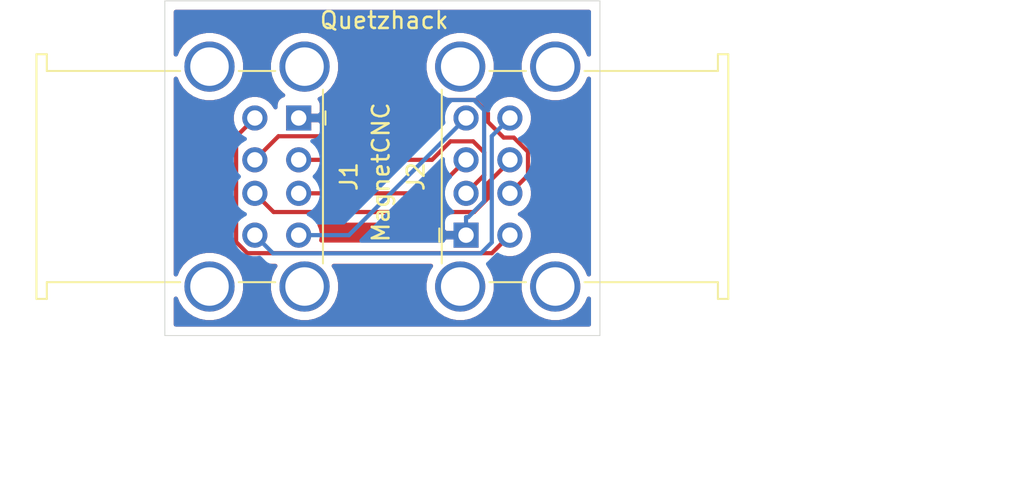
<source format=kicad_pcb>
(kicad_pcb (version 20171130) (host pcbnew 5.1.6-c6e7f7d~87~ubuntu20.04.1)

  (general
    (thickness 1.6)
    (drawings 9)
    (tracks 45)
    (zones 0)
    (modules 2)
    (nets 9)
  )

  (page A4)
  (layers
    (0 F.Cu signal)
    (31 B.Cu signal)
    (32 B.Adhes user)
    (33 F.Adhes user)
    (34 B.Paste user)
    (35 F.Paste user)
    (36 B.SilkS user)
    (37 F.SilkS user)
    (38 B.Mask user)
    (39 F.Mask user)
    (40 Dwgs.User user)
    (41 Cmts.User user)
    (42 Eco1.User user)
    (43 Eco2.User user)
    (44 Edge.Cuts user)
    (45 Margin user)
    (46 B.CrtYd user)
    (47 F.CrtYd user)
    (48 B.Fab user)
    (49 F.Fab user)
  )

  (setup
    (last_trace_width 0.25)
    (trace_clearance 0.2)
    (zone_clearance 0.508)
    (zone_45_only no)
    (trace_min 0.2)
    (via_size 0.8)
    (via_drill 0.4)
    (via_min_size 0.4)
    (via_min_drill 0.3)
    (uvia_size 0.3)
    (uvia_drill 0.1)
    (uvias_allowed no)
    (uvia_min_size 0.2)
    (uvia_min_drill 0.1)
    (edge_width 0.05)
    (segment_width 0.2)
    (pcb_text_width 0.3)
    (pcb_text_size 1.5 1.5)
    (mod_edge_width 0.12)
    (mod_text_size 1 1)
    (mod_text_width 0.15)
    (pad_size 1.524 1.524)
    (pad_drill 0.762)
    (pad_to_mask_clearance 0.05)
    (aux_axis_origin 126.85268 106.89336)
    (visible_elements FFFFFF7F)
    (pcbplotparams
      (layerselection 0x010fc_ffffffff)
      (usegerberextensions false)
      (usegerberattributes true)
      (usegerberadvancedattributes true)
      (creategerberjobfile true)
      (excludeedgelayer true)
      (linewidth 0.100000)
      (plotframeref false)
      (viasonmask false)
      (mode 1)
      (useauxorigin true)
      (hpglpennumber 1)
      (hpglpenspeed 20)
      (hpglpendiameter 15.000000)
      (psnegative false)
      (psa4output false)
      (plotreference true)
      (plotvalue true)
      (plotinvisibletext false)
      (padsonsilk false)
      (subtractmaskfromsilk false)
      (outputformat 1)
      (mirror false)
      (drillshape 0)
      (scaleselection 1)
      (outputdirectory "gerber/"))
  )

  (net 0 "")
  (net 1 8)
  (net 2 7)
  (net 3 6)
  (net 4 5)
  (net 5 4)
  (net 6 3)
  (net 7 2)
  (net 8 1)

  (net_class Default "This is the default net class."
    (clearance 0.2)
    (trace_width 0.25)
    (via_dia 0.8)
    (via_drill 0.4)
    (uvia_dia 0.3)
    (uvia_drill 0.1)
    (add_net 1)
    (add_net 2)
    (add_net 3)
    (add_net 4)
    (add_net 5)
    (add_net 6)
    (add_net 7)
    (add_net 8)
  )

  (module Connector_USB:USB_A_Wuerth_61400826021_Horizontal_Stacked (layer F.Cu) (tedit 5A8FF699) (tstamp 626700A8)
    (at 135 94 270)
    (descr "Stacked USB A connector http://katalog.we-online.de/em/datasheet/61400826021.pdf")
    (tags "Wuerth stacked USB_A")
    (path /6266FA40)
    (fp_text reference J1 (at 3.5 -3 90) (layer F.SilkS)
      (effects (font (size 1 1) (thickness 0.15)))
    )
    (fp_text value Conn_02x04_Top_Bottom (at 3.5 17 90) (layer F.Fab)
      (effects (font (size 1 1) (thickness 0.15)))
    )
    (fp_line (start -3.82 1.74) (end -3.26 1.74) (layer F.CrtYd) (width 0.05))
    (fp_line (start -5.07 0.49) (end -3.82 1.74) (layer F.CrtYd) (width 0.05))
    (fp_line (start -5.07 -1.19) (end -5.07 0.49) (layer F.CrtYd) (width 0.05))
    (fp_line (start -3.91 -2.35) (end -5.07 -1.19) (layer F.CrtYd) (width 0.05))
    (fp_line (start -2.26 -2.35) (end -3.91 -2.35) (layer F.CrtYd) (width 0.05))
    (fp_line (start -2.26 -2.35) (end -1.8 -1.89) (layer F.CrtYd) (width 0.05))
    (fp_line (start 10.91 -2.35) (end 12.07 -1.19) (layer F.CrtYd) (width 0.05))
    (fp_line (start 12.07 0.49) (end 10.82 1.74) (layer F.CrtYd) (width 0.05))
    (fp_line (start -3.26 7.33) (end -3.91 7.33) (layer F.CrtYd) (width 0.05))
    (fp_line (start -5.07 6.17) (end -3.91 7.33) (layer F.CrtYd) (width 0.05))
    (fp_line (start -5.07 4.49) (end -5.07 6.17) (layer F.CrtYd) (width 0.05))
    (fp_line (start -3.91 3.33) (end -5.07 4.49) (layer F.CrtYd) (width 0.05))
    (fp_line (start -3.91 3.33) (end -3.26 3.33) (layer F.CrtYd) (width 0.05))
    (fp_line (start 10.91 3.33) (end 12.07 4.49) (layer F.CrtYd) (width 0.05))
    (fp_line (start 10.26 7.33) (end 10.91 7.33) (layer F.CrtYd) (width 0.05))
    (fp_line (start 12.07 -1.19) (end 12.07 0.49) (layer F.CrtYd) (width 0.05))
    (fp_line (start 10.26 1.74) (end 10.82 1.74) (layer F.CrtYd) (width 0.05))
    (fp_line (start 10.26 3.33) (end 10.91 3.33) (layer F.CrtYd) (width 0.05))
    (fp_line (start 12.07 4.49) (end 12.07 6.17) (layer F.CrtYd) (width 0.05))
    (fp_line (start -4.25 14.61) (end -4.25 16.11) (layer F.CrtYd) (width 0.05))
    (fp_line (start -3.26 14.61) (end -4.25 14.61) (layer F.CrtYd) (width 0.05))
    (fp_line (start -3.26 7.33) (end -3.26 14.61) (layer F.CrtYd) (width 0.05))
    (fp_line (start -3.26 1.74) (end -3.26 3.33) (layer F.CrtYd) (width 0.05))
    (fp_line (start 10.26 1.74) (end 10.26 3.33) (layer F.CrtYd) (width 0.05))
    (fp_line (start 8.8 -1.89) (end -1.8 -1.89) (layer F.CrtYd) (width 0.05))
    (fp_line (start 10.26 7.33) (end 10.26 14.61) (layer F.CrtYd) (width 0.05))
    (fp_line (start 9.81 3.58) (end 9.81 1.4) (layer F.SilkS) (width 0.12))
    (fp_line (start -2.81 3.58) (end -2.81 1.4) (layer F.SilkS) (width 0.12))
    (fp_line (start 9.75 -1.39) (end 9.75 15.11) (layer F.Fab) (width 0.1))
    (fp_line (start -4.25 16.11) (end 11.25 16.11) (layer F.CrtYd) (width 0.05))
    (fp_line (start 10.75 15.61) (end -3.75 15.61) (layer F.Fab) (width 0.1))
    (fp_line (start -2.75 -1.39) (end -2.75 15.11) (layer F.Fab) (width 0.1))
    (fp_line (start 9.75 -1.39) (end -2.75 -1.39) (layer F.Fab) (width 0.1))
    (fp_line (start -2.75 15.11) (end -3.75 15.11) (layer F.Fab) (width 0.1))
    (fp_line (start -3.75 15.11) (end -3.75 15.61) (layer F.Fab) (width 0.1))
    (fp_line (start 9.75 15.11) (end 10.75 15.11) (layer F.Fab) (width 0.1))
    (fp_line (start 10.75 15.11) (end 10.75 15.61) (layer F.Fab) (width 0.1))
    (fp_line (start 9.81 7.08) (end 9.81 15.05) (layer F.SilkS) (width 0.12))
    (fp_line (start 9.81 15.05) (end 10.81 15.05) (layer F.SilkS) (width 0.12))
    (fp_line (start 10.81 15.05) (end 10.81 15.67) (layer F.SilkS) (width 0.12))
    (fp_line (start 10.81 15.67) (end -3.81 15.67) (layer F.SilkS) (width 0.12))
    (fp_line (start -3.81 15.67) (end -3.81 15.05) (layer F.SilkS) (width 0.12))
    (fp_line (start -3.81 15.05) (end -2.81 15.05) (layer F.SilkS) (width 0.12))
    (fp_line (start -2.81 15.05) (end -2.81 7.08) (layer F.SilkS) (width 0.12))
    (fp_line (start -1.69 -1.45) (end 8.69 -1.45) (layer F.SilkS) (width 0.12))
    (fp_line (start 0 -1.1) (end 0.3 -1.38) (layer F.Fab) (width 0.12))
    (fp_line (start 0 -1.1) (end -0.3 -1.38) (layer F.Fab) (width 0.12))
    (fp_line (start 0.4 -1.6) (end -0.4 -1.6) (layer F.SilkS) (width 0.12))
    (fp_line (start 10.26 14.61) (end 11.25 14.61) (layer F.CrtYd) (width 0.05))
    (fp_line (start 11.25 14.61) (end 11.25 16.11) (layer F.CrtYd) (width 0.05))
    (fp_line (start 10.91 -2.35) (end 9.26 -2.35) (layer F.CrtYd) (width 0.05))
    (fp_line (start 9.26 -2.35) (end 8.8 -1.89) (layer F.CrtYd) (width 0.05))
    (fp_line (start 12.07 6.17) (end 10.91 7.33) (layer F.CrtYd) (width 0.05))
    (fp_text user %R (at 3.5 7 90) (layer F.Fab)
      (effects (font (size 1 1) (thickness 0.15)))
    )
    (pad 8 thru_hole circle (at 7 2.62 270) (size 1.5 1.5) (drill 0.92) (layers *.Cu *.Mask)
      (net 1 8))
    (pad 7 thru_hole circle (at 4.5 2.62 270) (size 1.5 1.5) (drill 0.92) (layers *.Cu *.Mask)
      (net 2 7))
    (pad 6 thru_hole circle (at 2.5 2.62 270) (size 1.5 1.5) (drill 0.92) (layers *.Cu *.Mask)
      (net 3 6))
    (pad 5 thru_hole circle (at 0 2.62 270) (size 1.5 1.5) (drill 0.92) (layers *.Cu *.Mask)
      (net 4 5))
    (pad 9 thru_hole circle (at 10.07 5.33 270) (size 3 3) (drill 2.3) (layers *.Cu *.Mask))
    (pad 9 thru_hole circle (at -3.07 5.33 270) (size 3 3) (drill 2.3) (layers *.Cu *.Mask))
    (pad 4 thru_hole circle (at 7 0 270) (size 1.5 1.5) (drill 0.92) (layers *.Cu *.Mask)
      (net 5 4))
    (pad 3 thru_hole circle (at 4.5 0 270) (size 1.5 1.5) (drill 0.92) (layers *.Cu *.Mask)
      (net 6 3))
    (pad 2 thru_hole circle (at 2.5 0 270) (size 1.5 1.5) (drill 0.92) (layers *.Cu *.Mask)
      (net 7 2))
    (pad 1 thru_hole rect (at 0 0 270) (size 1.5 1.5) (drill 0.92) (layers *.Cu *.Mask)
      (net 8 1))
    (pad 9 thru_hole circle (at -3.07 -0.35 270) (size 3 3) (drill 2.3) (layers *.Cu *.Mask))
    (pad 9 thru_hole circle (at 10.07 -0.35 270) (size 3 3) (drill 2.3) (layers *.Cu *.Mask))
    (model ${KISYS3DMOD}/Connector_USB.3dshapes/USB_A_Wuerth_61400826021_Horizontal_Stacked.wrl
      (at (xyz 0 0 0))
      (scale (xyz 1 1 1))
      (rotate (xyz 0 0 0))
    )
  )

  (module Connector_USB:USB_A_Wuerth_61400826021_Horizontal_Stacked (layer F.Cu) (tedit 5A8FF699) (tstamp 626700EE)
    (at 145 101 90)
    (descr "Stacked USB A connector http://katalog.we-online.de/em/datasheet/61400826021.pdf")
    (tags "Wuerth stacked USB_A")
    (path /62670507)
    (fp_text reference J2 (at 3.5 -3 90) (layer F.SilkS)
      (effects (font (size 1 1) (thickness 0.15)))
    )
    (fp_text value Conn_02x04_Top_Bottom (at 3.5 17 90) (layer F.Fab)
      (effects (font (size 1 1) (thickness 0.15)))
    )
    (fp_text user %R (at 3.5 7 90) (layer F.Fab)
      (effects (font (size 1 1) (thickness 0.15)))
    )
    (fp_line (start 12.07 6.17) (end 10.91 7.33) (layer F.CrtYd) (width 0.05))
    (fp_line (start 9.26 -2.35) (end 8.8 -1.89) (layer F.CrtYd) (width 0.05))
    (fp_line (start 10.91 -2.35) (end 9.26 -2.35) (layer F.CrtYd) (width 0.05))
    (fp_line (start 11.25 14.61) (end 11.25 16.11) (layer F.CrtYd) (width 0.05))
    (fp_line (start 10.26 14.61) (end 11.25 14.61) (layer F.CrtYd) (width 0.05))
    (fp_line (start 0.4 -1.6) (end -0.4 -1.6) (layer F.SilkS) (width 0.12))
    (fp_line (start 0 -1.1) (end -0.3 -1.38) (layer F.Fab) (width 0.12))
    (fp_line (start 0 -1.1) (end 0.3 -1.38) (layer F.Fab) (width 0.12))
    (fp_line (start -1.69 -1.45) (end 8.69 -1.45) (layer F.SilkS) (width 0.12))
    (fp_line (start -2.81 15.05) (end -2.81 7.08) (layer F.SilkS) (width 0.12))
    (fp_line (start -3.81 15.05) (end -2.81 15.05) (layer F.SilkS) (width 0.12))
    (fp_line (start -3.81 15.67) (end -3.81 15.05) (layer F.SilkS) (width 0.12))
    (fp_line (start 10.81 15.67) (end -3.81 15.67) (layer F.SilkS) (width 0.12))
    (fp_line (start 10.81 15.05) (end 10.81 15.67) (layer F.SilkS) (width 0.12))
    (fp_line (start 9.81 15.05) (end 10.81 15.05) (layer F.SilkS) (width 0.12))
    (fp_line (start 9.81 7.08) (end 9.81 15.05) (layer F.SilkS) (width 0.12))
    (fp_line (start 10.75 15.11) (end 10.75 15.61) (layer F.Fab) (width 0.1))
    (fp_line (start 9.75 15.11) (end 10.75 15.11) (layer F.Fab) (width 0.1))
    (fp_line (start -3.75 15.11) (end -3.75 15.61) (layer F.Fab) (width 0.1))
    (fp_line (start -2.75 15.11) (end -3.75 15.11) (layer F.Fab) (width 0.1))
    (fp_line (start 9.75 -1.39) (end -2.75 -1.39) (layer F.Fab) (width 0.1))
    (fp_line (start -2.75 -1.39) (end -2.75 15.11) (layer F.Fab) (width 0.1))
    (fp_line (start 10.75 15.61) (end -3.75 15.61) (layer F.Fab) (width 0.1))
    (fp_line (start -4.25 16.11) (end 11.25 16.11) (layer F.CrtYd) (width 0.05))
    (fp_line (start 9.75 -1.39) (end 9.75 15.11) (layer F.Fab) (width 0.1))
    (fp_line (start -2.81 3.58) (end -2.81 1.4) (layer F.SilkS) (width 0.12))
    (fp_line (start 9.81 3.58) (end 9.81 1.4) (layer F.SilkS) (width 0.12))
    (fp_line (start 10.26 7.33) (end 10.26 14.61) (layer F.CrtYd) (width 0.05))
    (fp_line (start 8.8 -1.89) (end -1.8 -1.89) (layer F.CrtYd) (width 0.05))
    (fp_line (start 10.26 1.74) (end 10.26 3.33) (layer F.CrtYd) (width 0.05))
    (fp_line (start -3.26 1.74) (end -3.26 3.33) (layer F.CrtYd) (width 0.05))
    (fp_line (start -3.26 7.33) (end -3.26 14.61) (layer F.CrtYd) (width 0.05))
    (fp_line (start -3.26 14.61) (end -4.25 14.61) (layer F.CrtYd) (width 0.05))
    (fp_line (start -4.25 14.61) (end -4.25 16.11) (layer F.CrtYd) (width 0.05))
    (fp_line (start 12.07 4.49) (end 12.07 6.17) (layer F.CrtYd) (width 0.05))
    (fp_line (start 10.26 3.33) (end 10.91 3.33) (layer F.CrtYd) (width 0.05))
    (fp_line (start 10.26 1.74) (end 10.82 1.74) (layer F.CrtYd) (width 0.05))
    (fp_line (start 12.07 -1.19) (end 12.07 0.49) (layer F.CrtYd) (width 0.05))
    (fp_line (start 10.26 7.33) (end 10.91 7.33) (layer F.CrtYd) (width 0.05))
    (fp_line (start 10.91 3.33) (end 12.07 4.49) (layer F.CrtYd) (width 0.05))
    (fp_line (start -3.91 3.33) (end -3.26 3.33) (layer F.CrtYd) (width 0.05))
    (fp_line (start -3.91 3.33) (end -5.07 4.49) (layer F.CrtYd) (width 0.05))
    (fp_line (start -5.07 4.49) (end -5.07 6.17) (layer F.CrtYd) (width 0.05))
    (fp_line (start -5.07 6.17) (end -3.91 7.33) (layer F.CrtYd) (width 0.05))
    (fp_line (start -3.26 7.33) (end -3.91 7.33) (layer F.CrtYd) (width 0.05))
    (fp_line (start 12.07 0.49) (end 10.82 1.74) (layer F.CrtYd) (width 0.05))
    (fp_line (start 10.91 -2.35) (end 12.07 -1.19) (layer F.CrtYd) (width 0.05))
    (fp_line (start -2.26 -2.35) (end -1.8 -1.89) (layer F.CrtYd) (width 0.05))
    (fp_line (start -2.26 -2.35) (end -3.91 -2.35) (layer F.CrtYd) (width 0.05))
    (fp_line (start -3.91 -2.35) (end -5.07 -1.19) (layer F.CrtYd) (width 0.05))
    (fp_line (start -5.07 -1.19) (end -5.07 0.49) (layer F.CrtYd) (width 0.05))
    (fp_line (start -5.07 0.49) (end -3.82 1.74) (layer F.CrtYd) (width 0.05))
    (fp_line (start -3.82 1.74) (end -3.26 1.74) (layer F.CrtYd) (width 0.05))
    (pad 9 thru_hole circle (at 10.07 -0.35 90) (size 3 3) (drill 2.3) (layers *.Cu *.Mask))
    (pad 9 thru_hole circle (at -3.07 -0.35 90) (size 3 3) (drill 2.3) (layers *.Cu *.Mask))
    (pad 1 thru_hole rect (at 0 0 90) (size 1.5 1.5) (drill 0.92) (layers *.Cu *.Mask)
      (net 8 1))
    (pad 2 thru_hole circle (at 2.5 0 90) (size 1.5 1.5) (drill 0.92) (layers *.Cu *.Mask)
      (net 7 2))
    (pad 3 thru_hole circle (at 4.5 0 90) (size 1.5 1.5) (drill 0.92) (layers *.Cu *.Mask)
      (net 6 3))
    (pad 4 thru_hole circle (at 7 0 90) (size 1.5 1.5) (drill 0.92) (layers *.Cu *.Mask)
      (net 5 4))
    (pad 9 thru_hole circle (at -3.07 5.33 90) (size 3 3) (drill 2.3) (layers *.Cu *.Mask))
    (pad 9 thru_hole circle (at 10.07 5.33 90) (size 3 3) (drill 2.3) (layers *.Cu *.Mask))
    (pad 5 thru_hole circle (at 0 2.62 90) (size 1.5 1.5) (drill 0.92) (layers *.Cu *.Mask)
      (net 4 5))
    (pad 6 thru_hole circle (at 2.5 2.62 90) (size 1.5 1.5) (drill 0.92) (layers *.Cu *.Mask)
      (net 3 6))
    (pad 7 thru_hole circle (at 4.5 2.62 90) (size 1.5 1.5) (drill 0.92) (layers *.Cu *.Mask)
      (net 2 7))
    (pad 8 thru_hole circle (at 7 2.62 90) (size 1.5 1.5) (drill 0.92) (layers *.Cu *.Mask)
      (net 1 8))
    (model ${KISYS3DMOD}/Connector_USB.3dshapes/USB_A_Wuerth_61400826021_Horizontal_Stacked.wrl
      (at (xyz 0 0 0))
      (scale (xyz 1 1 1))
      (rotate (xyz 0 0 0))
    )
  )

  (gr_text Quetzhack (at 140.11148 88.1634) (layer F.SilkS)
    (effects (font (size 1 1) (thickness 0.15)))
  )
  (gr_text MagnetCNC (at 139.91336 97.24644 90) (layer F.SilkS)
    (effects (font (size 1 1) (thickness 0.15)))
  )
  (dimension 9.94156 (width 0.15) (layer Dwgs.User)
    (gr_text "9,942 mm" (at 140.02766 112.71964) (layer Dwgs.User)
      (effects (font (size 1 1) (thickness 0.15)))
    )
    (feature1 (pts (xy 135.05688 101.0158) (xy 135.05688 112.006061)))
    (feature2 (pts (xy 144.99844 101.0158) (xy 144.99844 112.006061)))
    (crossbar (pts (xy 144.99844 111.41964) (xy 135.05688 111.41964)))
    (arrow1a (pts (xy 135.05688 111.41964) (xy 136.183384 110.833219)))
    (arrow1b (pts (xy 135.05688 111.41964) (xy 136.183384 112.006061)))
    (arrow2a (pts (xy 144.99844 111.41964) (xy 143.871936 110.833219)))
    (arrow2b (pts (xy 144.99844 111.41964) (xy 143.871936 112.006061)))
  )
  (dimension 19.81708 (width 0.15) (layer Dwgs.User)
    (gr_text "19,817 mm" (at 176.98164 97.03054 90) (layer Dwgs.User)
      (effects (font (size 1 1) (thickness 0.15)))
    )
    (feature1 (pts (xy 155.99156 87.122) (xy 176.268061 87.122)))
    (feature2 (pts (xy 155.99156 106.93908) (xy 176.268061 106.93908)))
    (crossbar (pts (xy 175.68164 106.93908) (xy 175.68164 87.122)))
    (arrow1a (pts (xy 175.68164 87.122) (xy 176.268061 88.248504)))
    (arrow1b (pts (xy 175.68164 87.122) (xy 175.095219 88.248504)))
    (arrow2a (pts (xy 175.68164 106.93908) (xy 176.268061 105.812576)))
    (arrow2b (pts (xy 175.68164 106.93908) (xy 175.095219 105.812576)))
  )
  (dimension 26.20264 (width 0.15) (layer Dwgs.User)
    (gr_text "26,203 mm" (at 139.99464 117.19512) (layer Dwgs.User)
      (effects (font (size 1 1) (thickness 0.15)))
    )
    (feature1 (pts (xy 126.89332 109.50956) (xy 126.89332 116.481541)))
    (feature2 (pts (xy 153.09596 109.50956) (xy 153.09596 116.481541)))
    (crossbar (pts (xy 153.09596 115.89512) (xy 126.89332 115.89512)))
    (arrow1a (pts (xy 126.89332 115.89512) (xy 128.019824 115.308699)))
    (arrow1b (pts (xy 126.89332 115.89512) (xy 128.019824 116.481541)))
    (arrow2a (pts (xy 153.09596 115.89512) (xy 151.969456 115.308699)))
    (arrow2b (pts (xy 153.09596 115.89512) (xy 151.969456 116.481541)))
  )
  (gr_line (start 127 87) (end 127 107) (layer Edge.Cuts) (width 0.05) (tstamp 62671252))
  (gr_line (start 153 107) (end 127 107) (layer Edge.Cuts) (width 0.05))
  (gr_line (start 153 87) (end 153 107) (layer Edge.Cuts) (width 0.05))
  (gr_line (start 127 87) (end 153 87) (layer Edge.Cuts) (width 0.05))

  (segment (start 147.62 94) (end 146.538 95.082) (width 0.25) (layer B.Cu) (net 1))
  (segment (start 146.538 95.082) (end 146.538 101.4384) (width 0.25) (layer B.Cu) (net 1))
  (segment (start 146.538 101.4384) (end 145.8895 102.0869) (width 0.25) (layer B.Cu) (net 1))
  (segment (start 145.8895 102.0869) (end 133.4669 102.0869) (width 0.25) (layer B.Cu) (net 1))
  (segment (start 133.4669 102.0869) (end 132.38 101) (width 0.25) (layer B.Cu) (net 1))
  (segment (start 132.38 98.5) (end 133.4996 99.6196) (width 0.25) (layer F.Cu) (net 2))
  (segment (start 133.4996 99.6196) (end 145.4828 99.6196) (width 0.25) (layer F.Cu) (net 2))
  (segment (start 145.4828 99.6196) (end 146.31 98.7924) (width 0.25) (layer F.Cu) (net 2))
  (segment (start 146.31 98.7924) (end 146.31 97.8847) (width 0.25) (layer F.Cu) (net 2))
  (segment (start 146.31 97.8847) (end 147.62 96.5747) (width 0.25) (layer F.Cu) (net 2))
  (segment (start 147.62 96.5747) (end 147.62 96.5) (width 0.25) (layer F.Cu) (net 2))
  (segment (start 147.62 98.5) (end 148.7007 97.4193) (width 0.25) (layer F.Cu) (net 3))
  (segment (start 148.7007 97.4193) (end 148.7007 96.0176) (width 0.25) (layer F.Cu) (net 3))
  (segment (start 148.7007 96.0176) (end 147.8535 95.1704) (width 0.25) (layer F.Cu) (net 3))
  (segment (start 147.8535 95.1704) (end 147.247 95.1704) (width 0.25) (layer F.Cu) (net 3))
  (segment (start 147.247 95.1704) (end 146.31 94.2334) (width 0.25) (layer F.Cu) (net 3))
  (segment (start 146.31 94.2334) (end 146.31 93.7168) (width 0.25) (layer F.Cu) (net 3))
  (segment (start 146.31 93.7168) (end 145.5154 92.9222) (width 0.25) (layer F.Cu) (net 3))
  (segment (start 145.5154 92.9222) (end 142.2269 92.9222) (width 0.25) (layer F.Cu) (net 3))
  (segment (start 142.2269 92.9222) (end 140.0584 95.0907) (width 0.25) (layer F.Cu) (net 3))
  (segment (start 140.0584 95.0907) (end 133.7893 95.0907) (width 0.25) (layer F.Cu) (net 3))
  (segment (start 133.7893 95.0907) (end 132.38 96.5) (width 0.25) (layer F.Cu) (net 3))
  (segment (start 147.62 101) (end 146.543 102.077) (width 0.25) (layer F.Cu) (net 4))
  (segment (start 146.543 102.077) (end 131.9319 102.077) (width 0.25) (layer F.Cu) (net 4))
  (segment (start 131.9319 102.077) (end 131.2606 101.4057) (width 0.25) (layer F.Cu) (net 4))
  (segment (start 131.2606 101.4057) (end 131.2606 95.1194) (width 0.25) (layer F.Cu) (net 4))
  (segment (start 131.2606 95.1194) (end 132.38 94) (width 0.25) (layer F.Cu) (net 4))
  (segment (start 145 94) (end 138 101) (width 0.25) (layer B.Cu) (net 5))
  (segment (start 138 101) (end 135 101) (width 0.25) (layer B.Cu) (net 5))
  (segment (start 145 96.5) (end 143 98.5) (width 0.25) (layer F.Cu) (net 6))
  (segment (start 143 98.5) (end 135 98.5) (width 0.25) (layer F.Cu) (net 6))
  (segment (start 145 98.5) (end 146.0819 97.4181) (width 0.25) (layer F.Cu) (net 7))
  (segment (start 146.0819 97.4181) (end 146.0819 96.0528) (width 0.25) (layer F.Cu) (net 7))
  (segment (start 146.0819 96.0528) (end 145.4246 95.3955) (width 0.25) (layer F.Cu) (net 7))
  (segment (start 145.4246 95.3955) (end 144.0702 95.3955) (width 0.25) (layer F.Cu) (net 7))
  (segment (start 144.0702 95.3955) (end 142.9657 96.5) (width 0.25) (layer F.Cu) (net 7))
  (segment (start 142.9657 96.5) (end 135 96.5) (width 0.25) (layer F.Cu) (net 7))
  (segment (start 135 94) (end 136.0753 94) (width 0.25) (layer B.Cu) (net 8))
  (segment (start 145 101) (end 145 99.9247) (width 0.25) (layer B.Cu) (net 8))
  (segment (start 145 99.9247) (end 145.1344 99.9247) (width 0.25) (layer B.Cu) (net 8))
  (segment (start 145.1344 99.9247) (end 146.0808 98.9783) (width 0.25) (layer B.Cu) (net 8))
  (segment (start 146.0808 98.9783) (end 146.0808 93.5327) (width 0.25) (layer B.Cu) (net 8))
  (segment (start 146.0808 93.5327) (end 145.4728 92.9247) (width 0.25) (layer B.Cu) (net 8))
  (segment (start 145.4728 92.9247) (end 137.1506 92.9247) (width 0.25) (layer B.Cu) (net 8))
  (segment (start 137.1506 92.9247) (end 136.0753 94) (width 0.25) (layer B.Cu) (net 8))

  (zone (net 8) (net_name 1) (layer B.Cu) (tstamp 62699EB2) (hatch edge 0.508)
    (connect_pads (clearance 0.508))
    (min_thickness 0.254)
    (fill yes (arc_segments 32) (thermal_gap 0.508) (thermal_bridge_width 0.508))
    (polygon
      (pts
        (xy 153.12136 106.76636) (xy 127.18288 106.76636) (xy 127.18288 87.1474) (xy 152.8572 86.94928)
      )
    )
    (filled_polygon
      (pts
        (xy 152.34 90.203546) (xy 152.222012 89.918698) (xy 151.988363 89.569017) (xy 151.690983 89.271637) (xy 151.341302 89.037988)
        (xy 150.952756 88.877047) (xy 150.540279 88.795) (xy 150.119721 88.795) (xy 149.707244 88.877047) (xy 149.318698 89.037988)
        (xy 148.969017 89.271637) (xy 148.671637 89.569017) (xy 148.437988 89.918698) (xy 148.277047 90.307244) (xy 148.195 90.719721)
        (xy 148.195 91.140279) (xy 148.277047 91.552756) (xy 148.437988 91.941302) (xy 148.671637 92.290983) (xy 148.969017 92.588363)
        (xy 149.318698 92.822012) (xy 149.707244 92.982953) (xy 150.119721 93.065) (xy 150.540279 93.065) (xy 150.952756 92.982953)
        (xy 151.341302 92.822012) (xy 151.690983 92.588363) (xy 151.988363 92.290983) (xy 152.222012 91.941302) (xy 152.34 91.656454)
        (xy 152.340001 103.343548) (xy 152.222012 103.058698) (xy 151.988363 102.709017) (xy 151.690983 102.411637) (xy 151.341302 102.177988)
        (xy 150.952756 102.017047) (xy 150.540279 101.935) (xy 150.119721 101.935) (xy 149.707244 102.017047) (xy 149.318698 102.177988)
        (xy 148.969017 102.411637) (xy 148.671637 102.709017) (xy 148.437988 103.058698) (xy 148.277047 103.447244) (xy 148.195 103.859721)
        (xy 148.195 104.280279) (xy 148.277047 104.692756) (xy 148.437988 105.081302) (xy 148.671637 105.430983) (xy 148.969017 105.728363)
        (xy 149.318698 105.962012) (xy 149.707244 106.122953) (xy 150.119721 106.205) (xy 150.540279 106.205) (xy 150.952756 106.122953)
        (xy 151.341302 105.962012) (xy 151.690983 105.728363) (xy 151.988363 105.430983) (xy 152.222012 105.081302) (xy 152.340001 104.796452)
        (xy 152.340001 106.34) (xy 127.66 106.34) (xy 127.66 104.796454) (xy 127.777988 105.081302) (xy 128.011637 105.430983)
        (xy 128.309017 105.728363) (xy 128.658698 105.962012) (xy 129.047244 106.122953) (xy 129.459721 106.205) (xy 129.880279 106.205)
        (xy 130.292756 106.122953) (xy 130.681302 105.962012) (xy 131.030983 105.728363) (xy 131.328363 105.430983) (xy 131.562012 105.081302)
        (xy 131.722953 104.692756) (xy 131.805 104.280279) (xy 131.805 103.859721) (xy 131.722953 103.447244) (xy 131.562012 103.058698)
        (xy 131.328363 102.709017) (xy 131.030983 102.411637) (xy 130.681302 102.177988) (xy 130.292756 102.017047) (xy 129.880279 101.935)
        (xy 129.459721 101.935) (xy 129.047244 102.017047) (xy 128.658698 102.177988) (xy 128.309017 102.411637) (xy 128.011637 102.709017)
        (xy 127.777988 103.058698) (xy 127.66 103.343546) (xy 127.66 93.863589) (xy 130.995 93.863589) (xy 130.995 94.136411)
        (xy 131.048225 94.403989) (xy 131.152629 94.656043) (xy 131.304201 94.882886) (xy 131.497114 95.075799) (xy 131.723957 95.227371)
        (xy 131.778588 95.25) (xy 131.723957 95.272629) (xy 131.497114 95.424201) (xy 131.304201 95.617114) (xy 131.152629 95.843957)
        (xy 131.048225 96.096011) (xy 130.995 96.363589) (xy 130.995 96.636411) (xy 131.048225 96.903989) (xy 131.152629 97.156043)
        (xy 131.304201 97.382886) (xy 131.421315 97.5) (xy 131.304201 97.617114) (xy 131.152629 97.843957) (xy 131.048225 98.096011)
        (xy 130.995 98.363589) (xy 130.995 98.636411) (xy 131.048225 98.903989) (xy 131.152629 99.156043) (xy 131.304201 99.382886)
        (xy 131.497114 99.575799) (xy 131.723957 99.727371) (xy 131.778588 99.75) (xy 131.723957 99.772629) (xy 131.497114 99.924201)
        (xy 131.304201 100.117114) (xy 131.152629 100.343957) (xy 131.048225 100.596011) (xy 130.995 100.863589) (xy 130.995 101.136411)
        (xy 131.048225 101.403989) (xy 131.152629 101.656043) (xy 131.304201 101.882886) (xy 131.497114 102.075799) (xy 131.723957 102.227371)
        (xy 131.976011 102.331775) (xy 132.243589 102.385) (xy 132.516411 102.385) (xy 132.661365 102.356167) (xy 132.903101 102.597903)
        (xy 132.926899 102.626901) (xy 133.042624 102.721874) (xy 133.174653 102.792446) (xy 133.317914 102.835903) (xy 133.429567 102.8469)
        (xy 133.429575 102.8469) (xy 133.4669 102.850576) (xy 133.504225 102.8469) (xy 133.599507 102.8469) (xy 133.457988 103.058698)
        (xy 133.297047 103.447244) (xy 133.215 103.859721) (xy 133.215 104.280279) (xy 133.297047 104.692756) (xy 133.457988 105.081302)
        (xy 133.691637 105.430983) (xy 133.989017 105.728363) (xy 134.338698 105.962012) (xy 134.727244 106.122953) (xy 135.139721 106.205)
        (xy 135.560279 106.205) (xy 135.972756 106.122953) (xy 136.361302 105.962012) (xy 136.710983 105.728363) (xy 137.008363 105.430983)
        (xy 137.242012 105.081302) (xy 137.402953 104.692756) (xy 137.485 104.280279) (xy 137.485 103.859721) (xy 137.402953 103.447244)
        (xy 137.242012 103.058698) (xy 137.100493 102.8469) (xy 142.899507 102.8469) (xy 142.757988 103.058698) (xy 142.597047 103.447244)
        (xy 142.515 103.859721) (xy 142.515 104.280279) (xy 142.597047 104.692756) (xy 142.757988 105.081302) (xy 142.991637 105.430983)
        (xy 143.289017 105.728363) (xy 143.638698 105.962012) (xy 144.027244 106.122953) (xy 144.439721 106.205) (xy 144.860279 106.205)
        (xy 145.272756 106.122953) (xy 145.661302 105.962012) (xy 146.010983 105.728363) (xy 146.308363 105.430983) (xy 146.542012 105.081302)
        (xy 146.702953 104.692756) (xy 146.785 104.280279) (xy 146.785 103.859721) (xy 146.702953 103.447244) (xy 146.542012 103.058698)
        (xy 146.315828 102.72019) (xy 146.429501 102.626901) (xy 146.453303 102.597898) (xy 146.879958 102.171244) (xy 146.963957 102.227371)
        (xy 147.216011 102.331775) (xy 147.483589 102.385) (xy 147.756411 102.385) (xy 148.023989 102.331775) (xy 148.276043 102.227371)
        (xy 148.502886 102.075799) (xy 148.695799 101.882886) (xy 148.847371 101.656043) (xy 148.951775 101.403989) (xy 149.005 101.136411)
        (xy 149.005 100.863589) (xy 148.951775 100.596011) (xy 148.847371 100.343957) (xy 148.695799 100.117114) (xy 148.502886 99.924201)
        (xy 148.276043 99.772629) (xy 148.221412 99.75) (xy 148.276043 99.727371) (xy 148.502886 99.575799) (xy 148.695799 99.382886)
        (xy 148.847371 99.156043) (xy 148.951775 98.903989) (xy 149.005 98.636411) (xy 149.005 98.363589) (xy 148.951775 98.096011)
        (xy 148.847371 97.843957) (xy 148.695799 97.617114) (xy 148.578685 97.5) (xy 148.695799 97.382886) (xy 148.847371 97.156043)
        (xy 148.951775 96.903989) (xy 149.005 96.636411) (xy 149.005 96.363589) (xy 148.951775 96.096011) (xy 148.847371 95.843957)
        (xy 148.695799 95.617114) (xy 148.502886 95.424201) (xy 148.276043 95.272629) (xy 148.221412 95.25) (xy 148.276043 95.227371)
        (xy 148.502886 95.075799) (xy 148.695799 94.882886) (xy 148.847371 94.656043) (xy 148.951775 94.403989) (xy 149.005 94.136411)
        (xy 149.005 93.863589) (xy 148.951775 93.596011) (xy 148.847371 93.343957) (xy 148.695799 93.117114) (xy 148.502886 92.924201)
        (xy 148.276043 92.772629) (xy 148.023989 92.668225) (xy 147.756411 92.615) (xy 147.483589 92.615) (xy 147.216011 92.668225)
        (xy 146.963957 92.772629) (xy 146.737114 92.924201) (xy 146.544201 93.117114) (xy 146.392629 93.343957) (xy 146.31 93.543441)
        (xy 146.227371 93.343957) (xy 146.075799 93.117114) (xy 145.882886 92.924201) (xy 145.695626 92.799078) (xy 146.010983 92.588363)
        (xy 146.308363 92.290983) (xy 146.542012 91.941302) (xy 146.702953 91.552756) (xy 146.785 91.140279) (xy 146.785 90.719721)
        (xy 146.702953 90.307244) (xy 146.542012 89.918698) (xy 146.308363 89.569017) (xy 146.010983 89.271637) (xy 145.661302 89.037988)
        (xy 145.272756 88.877047) (xy 144.860279 88.795) (xy 144.439721 88.795) (xy 144.027244 88.877047) (xy 143.638698 89.037988)
        (xy 143.289017 89.271637) (xy 142.991637 89.569017) (xy 142.757988 89.918698) (xy 142.597047 90.307244) (xy 142.515 90.719721)
        (xy 142.515 91.140279) (xy 142.597047 91.552756) (xy 142.757988 91.941302) (xy 142.991637 92.290983) (xy 143.289017 92.588363)
        (xy 143.638698 92.822012) (xy 144.027244 92.982953) (xy 144.053199 92.988116) (xy 143.924201 93.117114) (xy 143.772629 93.343957)
        (xy 143.668225 93.596011) (xy 143.615 93.863589) (xy 143.615 94.136411) (xy 143.643833 94.281365) (xy 137.685199 100.24)
        (xy 136.157909 100.24) (xy 136.075799 100.117114) (xy 135.882886 99.924201) (xy 135.656043 99.772629) (xy 135.601412 99.75)
        (xy 135.656043 99.727371) (xy 135.882886 99.575799) (xy 136.075799 99.382886) (xy 136.227371 99.156043) (xy 136.331775 98.903989)
        (xy 136.385 98.636411) (xy 136.385 98.363589) (xy 136.331775 98.096011) (xy 136.227371 97.843957) (xy 136.075799 97.617114)
        (xy 135.958685 97.5) (xy 136.075799 97.382886) (xy 136.227371 97.156043) (xy 136.331775 96.903989) (xy 136.385 96.636411)
        (xy 136.385 96.363589) (xy 136.331775 96.096011) (xy 136.227371 95.843957) (xy 136.075799 95.617114) (xy 135.882886 95.424201)
        (xy 135.81869 95.381307) (xy 135.874482 95.375812) (xy 135.99418 95.339502) (xy 136.104494 95.280537) (xy 136.201185 95.201185)
        (xy 136.280537 95.104494) (xy 136.339502 94.99418) (xy 136.375812 94.874482) (xy 136.388072 94.75) (xy 136.385 94.28575)
        (xy 136.22625 94.127) (xy 135.127 94.127) (xy 135.127 94.147) (xy 134.873 94.147) (xy 134.873 94.127)
        (xy 134.853 94.127) (xy 134.853 93.873) (xy 134.873 93.873) (xy 134.873 93.853) (xy 135.127 93.853)
        (xy 135.127 93.873) (xy 136.22625 93.873) (xy 136.385 93.71425) (xy 136.388072 93.25) (xy 136.375812 93.125518)
        (xy 136.339502 93.00582) (xy 136.280537 92.895506) (xy 136.256013 92.865624) (xy 136.361302 92.822012) (xy 136.710983 92.588363)
        (xy 137.008363 92.290983) (xy 137.242012 91.941302) (xy 137.402953 91.552756) (xy 137.485 91.140279) (xy 137.485 90.719721)
        (xy 137.402953 90.307244) (xy 137.242012 89.918698) (xy 137.008363 89.569017) (xy 136.710983 89.271637) (xy 136.361302 89.037988)
        (xy 135.972756 88.877047) (xy 135.560279 88.795) (xy 135.139721 88.795) (xy 134.727244 88.877047) (xy 134.338698 89.037988)
        (xy 133.989017 89.271637) (xy 133.691637 89.569017) (xy 133.457988 89.918698) (xy 133.297047 90.307244) (xy 133.215 90.719721)
        (xy 133.215 91.140279) (xy 133.297047 91.552756) (xy 133.457988 91.941302) (xy 133.691637 92.290983) (xy 133.989017 92.588363)
        (xy 134.068513 92.64148) (xy 134.00582 92.660498) (xy 133.895506 92.719463) (xy 133.798815 92.798815) (xy 133.719463 92.895506)
        (xy 133.660498 93.00582) (xy 133.624188 93.125518) (xy 133.611928 93.25) (xy 133.612634 93.356663) (xy 133.607371 93.343957)
        (xy 133.455799 93.117114) (xy 133.262886 92.924201) (xy 133.036043 92.772629) (xy 132.783989 92.668225) (xy 132.516411 92.615)
        (xy 132.243589 92.615) (xy 131.976011 92.668225) (xy 131.723957 92.772629) (xy 131.497114 92.924201) (xy 131.304201 93.117114)
        (xy 131.152629 93.343957) (xy 131.048225 93.596011) (xy 130.995 93.863589) (xy 127.66 93.863589) (xy 127.66 91.656454)
        (xy 127.777988 91.941302) (xy 128.011637 92.290983) (xy 128.309017 92.588363) (xy 128.658698 92.822012) (xy 129.047244 92.982953)
        (xy 129.459721 93.065) (xy 129.880279 93.065) (xy 130.292756 92.982953) (xy 130.681302 92.822012) (xy 131.030983 92.588363)
        (xy 131.328363 92.290983) (xy 131.562012 91.941302) (xy 131.722953 91.552756) (xy 131.805 91.140279) (xy 131.805 90.719721)
        (xy 131.722953 90.307244) (xy 131.562012 89.918698) (xy 131.328363 89.569017) (xy 131.030983 89.271637) (xy 130.681302 89.037988)
        (xy 130.292756 88.877047) (xy 129.880279 88.795) (xy 129.459721 88.795) (xy 129.047244 88.877047) (xy 128.658698 89.037988)
        (xy 128.309017 89.271637) (xy 128.011637 89.569017) (xy 127.777988 89.918698) (xy 127.66 90.203546) (xy 127.66 87.66)
        (xy 152.34 87.66)
      )
    )
    (filled_polygon
      (pts
        (xy 143.615 96.636411) (xy 143.668225 96.903989) (xy 143.772629 97.156043) (xy 143.924201 97.382886) (xy 144.041315 97.5)
        (xy 143.924201 97.617114) (xy 143.772629 97.843957) (xy 143.668225 98.096011) (xy 143.615 98.363589) (xy 143.615 98.636411)
        (xy 143.668225 98.903989) (xy 143.772629 99.156043) (xy 143.924201 99.382886) (xy 144.117114 99.575799) (xy 144.18131 99.618693)
        (xy 144.125518 99.624188) (xy 144.00582 99.660498) (xy 143.895506 99.719463) (xy 143.798815 99.798815) (xy 143.719463 99.895506)
        (xy 143.660498 100.00582) (xy 143.624188 100.125518) (xy 143.611928 100.25) (xy 143.615 100.71425) (xy 143.77375 100.873)
        (xy 144.873 100.873) (xy 144.873 100.853) (xy 145.127 100.853) (xy 145.127 100.873) (xy 145.147 100.873)
        (xy 145.147 101.127) (xy 145.127 101.127) (xy 145.127 101.147) (xy 144.873 101.147) (xy 144.873 101.127)
        (xy 143.77375 101.127) (xy 143.615 101.28575) (xy 143.614728 101.3269) (xy 138.747901 101.3269) (xy 143.615 96.459802)
      )
    )
  )
  (zone (net 8) (net_name 1) (layer F.Cu) (tstamp 62699EAF) (hatch edge 0.508)
    (connect_pads (clearance 0.508))
    (min_thickness 0.254)
    (fill yes (arc_segments 32) (thermal_gap 0.508) (thermal_bridge_width 0.508))
    (polygon
      (pts
        (xy 152.53208 106.76636) (xy 127.0508 106.76636) (xy 127.44704 87.41156) (xy 152.46604 87.41156)
      )
    )
    (filled_polygon
      (pts
        (xy 152.34 87.693012) (xy 152.34 90.203546) (xy 152.222012 89.918698) (xy 151.988363 89.569017) (xy 151.690983 89.271637)
        (xy 151.341302 89.037988) (xy 150.952756 88.877047) (xy 150.540279 88.795) (xy 150.119721 88.795) (xy 149.707244 88.877047)
        (xy 149.318698 89.037988) (xy 148.969017 89.271637) (xy 148.671637 89.569017) (xy 148.437988 89.918698) (xy 148.277047 90.307244)
        (xy 148.195 90.719721) (xy 148.195 91.140279) (xy 148.277047 91.552756) (xy 148.437988 91.941302) (xy 148.671637 92.290983)
        (xy 148.969017 92.588363) (xy 149.318698 92.822012) (xy 149.707244 92.982953) (xy 150.119721 93.065) (xy 150.540279 93.065)
        (xy 150.952756 92.982953) (xy 151.341302 92.822012) (xy 151.690983 92.588363) (xy 151.988363 92.290983) (xy 152.222012 91.941302)
        (xy 152.34 91.656454) (xy 152.340001 103.343548) (xy 152.222012 103.058698) (xy 151.988363 102.709017) (xy 151.690983 102.411637)
        (xy 151.341302 102.177988) (xy 150.952756 102.017047) (xy 150.540279 101.935) (xy 150.119721 101.935) (xy 149.707244 102.017047)
        (xy 149.318698 102.177988) (xy 148.969017 102.411637) (xy 148.671637 102.709017) (xy 148.437988 103.058698) (xy 148.277047 103.447244)
        (xy 148.195 103.859721) (xy 148.195 104.280279) (xy 148.277047 104.692756) (xy 148.437988 105.081302) (xy 148.671637 105.430983)
        (xy 148.969017 105.728363) (xy 149.318698 105.962012) (xy 149.707244 106.122953) (xy 150.119721 106.205) (xy 150.540279 106.205)
        (xy 150.952756 106.122953) (xy 151.341302 105.962012) (xy 151.690983 105.728363) (xy 151.988363 105.430983) (xy 152.222012 105.081302)
        (xy 152.340001 104.796452) (xy 152.340001 106.34) (xy 127.66 106.34) (xy 127.66 104.796454) (xy 127.777988 105.081302)
        (xy 128.011637 105.430983) (xy 128.309017 105.728363) (xy 128.658698 105.962012) (xy 129.047244 106.122953) (xy 129.459721 106.205)
        (xy 129.880279 106.205) (xy 130.292756 106.122953) (xy 130.681302 105.962012) (xy 131.030983 105.728363) (xy 131.328363 105.430983)
        (xy 131.562012 105.081302) (xy 131.722953 104.692756) (xy 131.805 104.280279) (xy 131.805 103.859721) (xy 131.722953 103.447244)
        (xy 131.562012 103.058698) (xy 131.328363 102.709017) (xy 131.030983 102.411637) (xy 130.681302 102.177988) (xy 130.292756 102.017047)
        (xy 129.880279 101.935) (xy 129.459721 101.935) (xy 129.047244 102.017047) (xy 128.658698 102.177988) (xy 128.309017 102.411637)
        (xy 128.011637 102.709017) (xy 127.777988 103.058698) (xy 127.66 103.343546) (xy 127.66 95.1194) (xy 130.496924 95.1194)
        (xy 130.500601 95.156732) (xy 130.5006 101.368377) (xy 130.496924 101.4057) (xy 130.5006 101.443022) (xy 130.5006 101.443032)
        (xy 130.511597 101.554685) (xy 130.542343 101.656043) (xy 130.555054 101.697946) (xy 130.625626 101.829976) (xy 130.662152 101.874482)
        (xy 130.720599 101.945701) (xy 130.749602 101.969503) (xy 131.3681 102.588002) (xy 131.391899 102.617001) (xy 131.420897 102.640799)
        (xy 131.507624 102.711974) (xy 131.639653 102.782546) (xy 131.782914 102.826003) (xy 131.9319 102.840677) (xy 131.969233 102.837)
        (xy 133.606122 102.837) (xy 133.457988 103.058698) (xy 133.297047 103.447244) (xy 133.215 103.859721) (xy 133.215 104.280279)
        (xy 133.297047 104.692756) (xy 133.457988 105.081302) (xy 133.691637 105.430983) (xy 133.989017 105.728363) (xy 134.338698 105.962012)
        (xy 134.727244 106.122953) (xy 135.139721 106.205) (xy 135.560279 106.205) (xy 135.972756 106.122953) (xy 136.361302 105.962012)
        (xy 136.710983 105.728363) (xy 137.008363 105.430983) (xy 137.242012 105.081302) (xy 137.402953 104.692756) (xy 137.485 104.280279)
        (xy 137.485 103.859721) (xy 137.402953 103.447244) (xy 137.242012 103.058698) (xy 137.093878 102.837) (xy 142.906122 102.837)
        (xy 142.757988 103.058698) (xy 142.597047 103.447244) (xy 142.515 103.859721) (xy 142.515 104.280279) (xy 142.597047 104.692756)
        (xy 142.757988 105.081302) (xy 142.991637 105.430983) (xy 143.289017 105.728363) (xy 143.638698 105.962012) (xy 144.027244 106.122953)
        (xy 144.439721 106.205) (xy 144.860279 106.205) (xy 145.272756 106.122953) (xy 145.661302 105.962012) (xy 146.010983 105.728363)
        (xy 146.308363 105.430983) (xy 146.542012 105.081302) (xy 146.702953 104.692756) (xy 146.785 104.280279) (xy 146.785 103.859721)
        (xy 146.702953 103.447244) (xy 146.542012 103.058698) (xy 146.393878 102.837) (xy 146.505678 102.837) (xy 146.543 102.840676)
        (xy 146.580322 102.837) (xy 146.580333 102.837) (xy 146.691986 102.826003) (xy 146.835247 102.782546) (xy 146.967276 102.711974)
        (xy 147.083001 102.617001) (xy 147.106804 102.587998) (xy 147.338635 102.356167) (xy 147.483589 102.385) (xy 147.756411 102.385)
        (xy 148.023989 102.331775) (xy 148.276043 102.227371) (xy 148.502886 102.075799) (xy 148.695799 101.882886) (xy 148.847371 101.656043)
        (xy 148.951775 101.403989) (xy 149.005 101.136411) (xy 149.005 100.863589) (xy 148.951775 100.596011) (xy 148.847371 100.343957)
        (xy 148.695799 100.117114) (xy 148.502886 99.924201) (xy 148.276043 99.772629) (xy 148.221412 99.75) (xy 148.276043 99.727371)
        (xy 148.502886 99.575799) (xy 148.695799 99.382886) (xy 148.847371 99.156043) (xy 148.951775 98.903989) (xy 149.005 98.636411)
        (xy 149.005 98.363589) (xy 148.976167 98.218635) (xy 149.211704 97.983098) (xy 149.240701 97.959301) (xy 149.335674 97.843576)
        (xy 149.406246 97.711547) (xy 149.449703 97.568286) (xy 149.4607 97.456633) (xy 149.4607 97.456632) (xy 149.464377 97.4193)
        (xy 149.4607 97.381967) (xy 149.4607 96.054925) (xy 149.464376 96.0176) (xy 149.4607 95.980275) (xy 149.4607 95.980267)
        (xy 149.449703 95.868614) (xy 149.406246 95.725353) (xy 149.335674 95.593324) (xy 149.240701 95.477599) (xy 149.211703 95.453801)
        (xy 148.668293 94.910392) (xy 148.695799 94.882886) (xy 148.847371 94.656043) (xy 148.951775 94.403989) (xy 149.005 94.136411)
        (xy 149.005 93.863589) (xy 148.951775 93.596011) (xy 148.847371 93.343957) (xy 148.695799 93.117114) (xy 148.502886 92.924201)
        (xy 148.276043 92.772629) (xy 148.023989 92.668225) (xy 147.756411 92.615) (xy 147.483589 92.615) (xy 147.216011 92.668225)
        (xy 146.963957 92.772629) (xy 146.737114 92.924201) (xy 146.664658 92.996657) (xy 146.133674 92.465672) (xy 146.308363 92.290983)
        (xy 146.542012 91.941302) (xy 146.702953 91.552756) (xy 146.785 91.140279) (xy 146.785 90.719721) (xy 146.702953 90.307244)
        (xy 146.542012 89.918698) (xy 146.308363 89.569017) (xy 146.010983 89.271637) (xy 145.661302 89.037988) (xy 145.272756 88.877047)
        (xy 144.860279 88.795) (xy 144.439721 88.795) (xy 144.027244 88.877047) (xy 143.638698 89.037988) (xy 143.289017 89.271637)
        (xy 142.991637 89.569017) (xy 142.757988 89.918698) (xy 142.597047 90.307244) (xy 142.515 90.719721) (xy 142.515 91.140279)
        (xy 142.597047 91.552756) (xy 142.757988 91.941302) (xy 142.905587 92.1622) (xy 142.264222 92.1622) (xy 142.226899 92.158524)
        (xy 142.189576 92.1622) (xy 142.189567 92.1622) (xy 142.077914 92.173197) (xy 141.934653 92.216654) (xy 141.802623 92.287226)
        (xy 141.718983 92.355868) (xy 141.686899 92.382199) (xy 141.663101 92.411197) (xy 139.743599 94.3307) (xy 136.385297 94.3307)
        (xy 136.385 94.28575) (xy 136.22625 94.127) (xy 135.127 94.127) (xy 135.127 94.147) (xy 134.873 94.147)
        (xy 134.873 94.127) (xy 134.853 94.127) (xy 134.853 93.873) (xy 134.873 93.873) (xy 134.873 93.853)
        (xy 135.127 93.853) (xy 135.127 93.873) (xy 136.22625 93.873) (xy 136.385 93.71425) (xy 136.388072 93.25)
        (xy 136.375812 93.125518) (xy 136.339502 93.00582) (xy 136.280537 92.895506) (xy 136.256013 92.865624) (xy 136.361302 92.822012)
        (xy 136.710983 92.588363) (xy 137.008363 92.290983) (xy 137.242012 91.941302) (xy 137.402953 91.552756) (xy 137.485 91.140279)
        (xy 137.485 90.719721) (xy 137.402953 90.307244) (xy 137.242012 89.918698) (xy 137.008363 89.569017) (xy 136.710983 89.271637)
        (xy 136.361302 89.037988) (xy 135.972756 88.877047) (xy 135.560279 88.795) (xy 135.139721 88.795) (xy 134.727244 88.877047)
        (xy 134.338698 89.037988) (xy 133.989017 89.271637) (xy 133.691637 89.569017) (xy 133.457988 89.918698) (xy 133.297047 90.307244)
        (xy 133.215 90.719721) (xy 133.215 91.140279) (xy 133.297047 91.552756) (xy 133.457988 91.941302) (xy 133.691637 92.290983)
        (xy 133.989017 92.588363) (xy 134.068513 92.64148) (xy 134.00582 92.660498) (xy 133.895506 92.719463) (xy 133.798815 92.798815)
        (xy 133.719463 92.895506) (xy 133.660498 93.00582) (xy 133.624188 93.125518) (xy 133.611928 93.25) (xy 133.612634 93.356663)
        (xy 133.607371 93.343957) (xy 133.455799 93.117114) (xy 133.262886 92.924201) (xy 133.036043 92.772629) (xy 132.783989 92.668225)
        (xy 132.516411 92.615) (xy 132.243589 92.615) (xy 131.976011 92.668225) (xy 131.723957 92.772629) (xy 131.497114 92.924201)
        (xy 131.304201 93.117114) (xy 131.152629 93.343957) (xy 131.048225 93.596011) (xy 130.995 93.863589) (xy 130.995 94.136411)
        (xy 131.023833 94.281365) (xy 130.749598 94.555601) (xy 130.7206 94.579399) (xy 130.696802 94.608397) (xy 130.696801 94.608398)
        (xy 130.625626 94.695124) (xy 130.555054 94.827154) (xy 130.511598 94.970415) (xy 130.496924 95.1194) (xy 127.66 95.1194)
        (xy 127.66 91.656454) (xy 127.777988 91.941302) (xy 128.011637 92.290983) (xy 128.309017 92.588363) (xy 128.658698 92.822012)
        (xy 129.047244 92.982953) (xy 129.459721 93.065) (xy 129.880279 93.065) (xy 130.292756 92.982953) (xy 130.681302 92.822012)
        (xy 131.030983 92.588363) (xy 131.328363 92.290983) (xy 131.562012 91.941302) (xy 131.722953 91.552756) (xy 131.805 91.140279)
        (xy 131.805 90.719721) (xy 131.722953 90.307244) (xy 131.562012 89.918698) (xy 131.328363 89.569017) (xy 131.030983 89.271637)
        (xy 130.681302 89.037988) (xy 130.292756 88.877047) (xy 129.880279 88.795) (xy 129.459721 88.795) (xy 129.047244 88.877047)
        (xy 128.658698 89.037988) (xy 128.309017 89.271637) (xy 128.011637 89.569017) (xy 127.777988 89.918698) (xy 127.66 90.203546)
        (xy 127.66 87.66) (xy 152.339887 87.66)
      )
    )
    (filled_polygon
      (pts
        (xy 143.615 100.71425) (xy 143.77375 100.873) (xy 144.873 100.873) (xy 144.873 100.853) (xy 145.127 100.853)
        (xy 145.127 100.873) (xy 145.147 100.873) (xy 145.147 101.127) (xy 145.127 101.127) (xy 145.127 101.147)
        (xy 144.873 101.147) (xy 144.873 101.127) (xy 143.77375 101.127) (xy 143.615 101.28575) (xy 143.614793 101.317)
        (xy 136.349078 101.317) (xy 136.385 101.136411) (xy 136.385 100.863589) (xy 136.331775 100.596011) (xy 136.242135 100.3796)
        (xy 143.612786 100.3796)
      )
    )
  )
)

</source>
